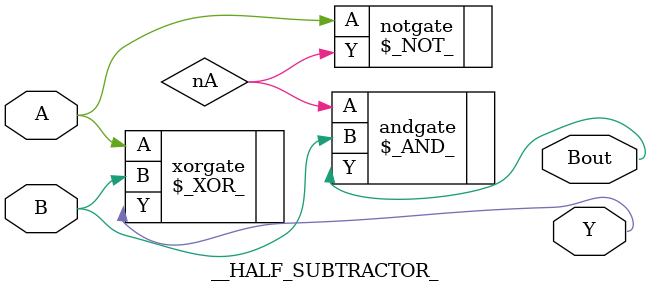
<source format=v>
module __FULL_ADDER_ (input A, input B, input Cin, output Y, output Cout);
    __XOR3_ xor3 (
        .A(A),
        .B(B),
        .C(Cin),
        .Y(Y),
    );

    __MAJ_ maj (
        .A(A),
        .B(B),
        .C(Cin),
        .Y(Cout),
    );
endmodule

module __HALF_ADDER_ (input A, input B, output Y, output Cout);
    $_XOR_ xorgate (
        .A(A),
        .B(B),
        .Y(Y),
    );

    $_AND_ andgate (
        .A(A),
        .B(B),
        .Y(Cout),
    );
endmodule

module __FULL_SUBTRACTOR_ (input A, input B, input Bin, output Y, output Bout);
    wire nA;

    $_NOT_ notgate (
        .A(A),
        .Y(nA),
    );

    __XOR3_ xor3 (
        .A(A),
        .B(B),
        .C(Bin),
        .Y(Y),
    );

    __MAJ_ maj (
        .A(nA),
        .B(B),
        .C(Bin),
        .Y(Bout),
    );
endmodule

module __HALF_SUBTRACTOR_ (input A, input B, output Y, output Bout);
    wire nA;

    $_NOT_ notgate (
        .A(A),
        .Y(nA),
    );

    $_XOR_ xorgate (
        .A(A),
        .B(B),
        .Y(Y),
    );

    $_AND_ andgate (
        .A(nA),
        .B(B),
        .Y(Bout),
    );
endmodule

</source>
